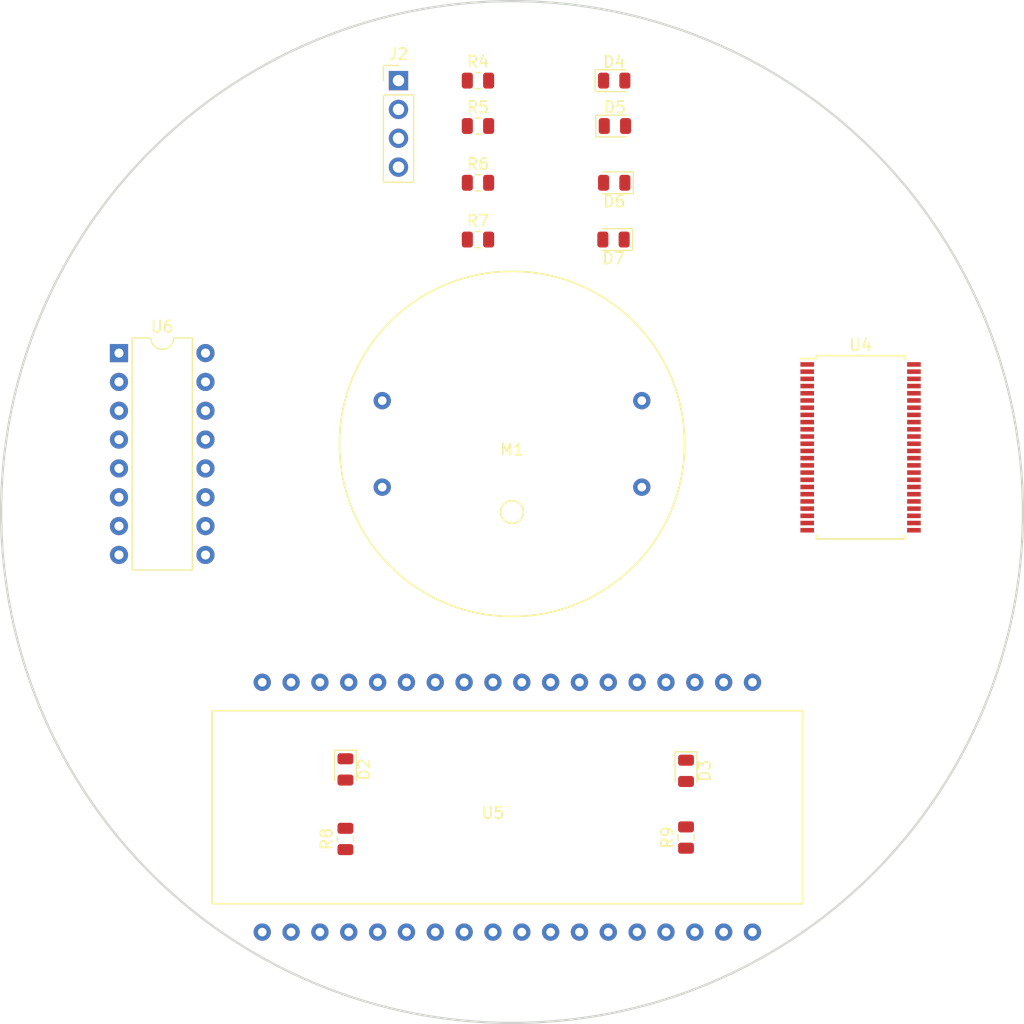
<source format=kicad_pcb>
(kicad_pcb (version 20171130) (host pcbnew "(5.0.1)-4")

  (general
    (thickness 1.6)
    (drawings 1)
    (tracks 0)
    (zones 0)
    (modules 17)
    (nets 51)
  )

  (page A4)
  (layers
    (0 F.Cu signal)
    (31 B.Cu signal)
    (32 B.Adhes user)
    (33 F.Adhes user)
    (34 B.Paste user)
    (35 F.Paste user)
    (36 B.SilkS user)
    (37 F.SilkS user)
    (38 B.Mask user)
    (39 F.Mask user)
    (40 Dwgs.User user)
    (41 Cmts.User user)
    (42 Eco1.User user)
    (43 Eco2.User user)
    (44 Edge.Cuts user)
    (45 Margin user)
    (46 B.CrtYd user)
    (47 F.CrtYd user)
    (48 B.Fab user)
    (49 F.Fab user)
  )

  (setup
    (last_trace_width 0.25)
    (trace_clearance 0.2)
    (zone_clearance 0.508)
    (zone_45_only no)
    (trace_min 0.2)
    (segment_width 0.2)
    (edge_width 0.2)
    (via_size 0.8)
    (via_drill 0.4)
    (via_min_size 0.4)
    (via_min_drill 0.3)
    (uvia_size 0.3)
    (uvia_drill 0.1)
    (uvias_allowed no)
    (uvia_min_size 0.2)
    (uvia_min_drill 0.1)
    (pcb_text_width 0.3)
    (pcb_text_size 1.5 1.5)
    (mod_edge_width 0.15)
    (mod_text_size 1 1)
    (mod_text_width 0.15)
    (pad_size 1.524 1.524)
    (pad_drill 0.762)
    (pad_to_mask_clearance 0.051)
    (solder_mask_min_width 0.25)
    (aux_axis_origin 0 0)
    (visible_elements 7FFFFFFF)
    (pcbplotparams
      (layerselection 0x010fc_ffffffff)
      (usegerberextensions false)
      (usegerberattributes false)
      (usegerberadvancedattributes false)
      (creategerberjobfile false)
      (excludeedgelayer true)
      (linewidth 0.100000)
      (plotframeref false)
      (viasonmask false)
      (mode 1)
      (useauxorigin false)
      (hpglpennumber 1)
      (hpglpenspeed 20)
      (hpglpendiameter 15.000000)
      (psnegative false)
      (psa4output false)
      (plotreference true)
      (plotvalue true)
      (plotinvisibletext false)
      (padsonsilk false)
      (subtractmaskfromsilk false)
      (outputformat 1)
      (mirror false)
      (drillshape 1)
      (scaleselection 1)
      (outputdirectory ""))
  )

  (net 0 "")
  (net 1 GND)
  (net 2 +5V)
  (net 3 "Net-(J2-Pad1)")
  (net 4 "Net-(J2-Pad2)")
  (net 5 "Net-(J2-Pad3)")
  (net 6 "Net-(J2-Pad4)")
  (net 7 "Net-(D2-Pad2)")
  (net 8 "Net-(D3-Pad2)")
  (net 9 "Net-(D4-Pad1)")
  (net 10 "Net-(D5-Pad1)")
  (net 11 "Net-(D6-Pad2)")
  (net 12 "Net-(D7-Pad2)")
  (net 13 /SEG7)
  (net 14 /SEG6)
  (net 15 /SEG5)
  (net 16 /SEG4)
  (net 17 /SEG3)
  (net 18 /SEG2)
  (net 19 /SEG1)
  (net 20 /SEG0)
  (net 21 /COM0)
  (net 22 /COM1)
  (net 23 /COM2)
  (net 24 /COM3)
  (net 25 /SEG29)
  (net 26 /SEG28)
  (net 27 /SEG27)
  (net 28 /SEG26)
  (net 29 /SEG25)
  (net 30 /SEG24)
  (net 31 /SEG23)
  (net 32 /SEG22)
  (net 33 /SEG21)
  (net 34 /SEG20)
  (net 35 /SEG19)
  (net 36 /SEG18)
  (net 37 /SEG17)
  (net 38 /SEG16)
  (net 39 /SEG15)
  (net 40 /SEG14)
  (net 41 /SEG13)
  (net 42 /SEG12)
  (net 43 /SEG11)
  (net 44 /SEG10)
  (net 45 /SEG9)
  (net 46 /SEG8)
  (net 47 "Net-(M1-Pad1)")
  (net 48 "Net-(M1-Pad2)")
  (net 49 "Net-(M1-Pad3)")
  (net 50 "Net-(M1-Pad4)")

  (net_class Default "This is the default net class."
    (clearance 0.2)
    (trace_width 0.25)
    (via_dia 0.8)
    (via_drill 0.4)
    (uvia_dia 0.3)
    (uvia_drill 0.1)
    (add_net +5V)
    (add_net /COM0)
    (add_net /COM1)
    (add_net /COM2)
    (add_net /COM3)
    (add_net /SEG0)
    (add_net /SEG1)
    (add_net /SEG10)
    (add_net /SEG11)
    (add_net /SEG12)
    (add_net /SEG13)
    (add_net /SEG14)
    (add_net /SEG15)
    (add_net /SEG16)
    (add_net /SEG17)
    (add_net /SEG18)
    (add_net /SEG19)
    (add_net /SEG2)
    (add_net /SEG20)
    (add_net /SEG21)
    (add_net /SEG22)
    (add_net /SEG23)
    (add_net /SEG24)
    (add_net /SEG25)
    (add_net /SEG26)
    (add_net /SEG27)
    (add_net /SEG28)
    (add_net /SEG29)
    (add_net /SEG3)
    (add_net /SEG4)
    (add_net /SEG5)
    (add_net /SEG6)
    (add_net /SEG7)
    (add_net /SEG8)
    (add_net /SEG9)
    (add_net GND)
    (add_net "Net-(D2-Pad2)")
    (add_net "Net-(D3-Pad2)")
    (add_net "Net-(D4-Pad1)")
    (add_net "Net-(D5-Pad1)")
    (add_net "Net-(D6-Pad2)")
    (add_net "Net-(D7-Pad2)")
    (add_net "Net-(J2-Pad1)")
    (add_net "Net-(J2-Pad2)")
    (add_net "Net-(J2-Pad3)")
    (add_net "Net-(J2-Pad4)")
    (add_net "Net-(M1-Pad1)")
    (add_net "Net-(M1-Pad2)")
    (add_net "Net-(M1-Pad3)")
    (add_net "Net-(M1-Pad4)")
  )

  (module LED_SMD:LED_0805_2012Metric (layer F.Cu) (tedit 5B36C52C) (tstamp 5CE3ED4F)
    (at 135.325675 122.672095 270)
    (descr "LED SMD 0805 (2012 Metric), square (rectangular) end terminal, IPC_7351 nominal, (Body size source: https://docs.google.com/spreadsheets/d/1BsfQQcO9C6DZCsRaXUlFlo91Tg2WpOkGARC1WS5S8t0/edit?usp=sharing), generated with kicad-footprint-generator")
    (tags diode)
    (path /5CD29393)
    (attr smd)
    (fp_text reference D2 (at 0 -1.65 270) (layer F.SilkS)
      (effects (font (size 1 1) (thickness 0.15)))
    )
    (fp_text value LED (at 0 1.65 270) (layer F.Fab)
      (effects (font (size 1 1) (thickness 0.15)))
    )
    (fp_text user %R (at 0 0 270) (layer F.Fab)
      (effects (font (size 0.5 0.5) (thickness 0.08)))
    )
    (fp_line (start 1.68 0.95) (end -1.68 0.95) (layer F.CrtYd) (width 0.05))
    (fp_line (start 1.68 -0.95) (end 1.68 0.95) (layer F.CrtYd) (width 0.05))
    (fp_line (start -1.68 -0.95) (end 1.68 -0.95) (layer F.CrtYd) (width 0.05))
    (fp_line (start -1.68 0.95) (end -1.68 -0.95) (layer F.CrtYd) (width 0.05))
    (fp_line (start -1.685 0.96) (end 1 0.96) (layer F.SilkS) (width 0.12))
    (fp_line (start -1.685 -0.96) (end -1.685 0.96) (layer F.SilkS) (width 0.12))
    (fp_line (start 1 -0.96) (end -1.685 -0.96) (layer F.SilkS) (width 0.12))
    (fp_line (start 1 0.6) (end 1 -0.6) (layer F.Fab) (width 0.1))
    (fp_line (start -1 0.6) (end 1 0.6) (layer F.Fab) (width 0.1))
    (fp_line (start -1 -0.3) (end -1 0.6) (layer F.Fab) (width 0.1))
    (fp_line (start -0.7 -0.6) (end -1 -0.3) (layer F.Fab) (width 0.1))
    (fp_line (start 1 -0.6) (end -0.7 -0.6) (layer F.Fab) (width 0.1))
    (pad 2 smd roundrect (at 0.9375 0 270) (size 0.975 1.4) (layers F.Cu F.Paste F.Mask) (roundrect_rratio 0.25)
      (net 7 "Net-(D2-Pad2)"))
    (pad 1 smd roundrect (at -0.9375 0 270) (size 0.975 1.4) (layers F.Cu F.Paste F.Mask) (roundrect_rratio 0.25)
      (net 1 GND))
    (model ${KISYS3DMOD}/LED_SMD.3dshapes/LED_0805_2012Metric.wrl
      (at (xyz 0 0 0))
      (scale (xyz 1 1 1))
      (rotate (xyz 0 0 0))
    )
  )

  (module LED_SMD:LED_0805_2012Metric (layer F.Cu) (tedit 5B36C52C) (tstamp 5CE3ED62)
    (at 165.325675 122.797095 270)
    (descr "LED SMD 0805 (2012 Metric), square (rectangular) end terminal, IPC_7351 nominal, (Body size source: https://docs.google.com/spreadsheets/d/1BsfQQcO9C6DZCsRaXUlFlo91Tg2WpOkGARC1WS5S8t0/edit?usp=sharing), generated with kicad-footprint-generator")
    (tags diode)
    (path /5CD2943C)
    (attr smd)
    (fp_text reference D3 (at 0 -1.65 270) (layer F.SilkS)
      (effects (font (size 1 1) (thickness 0.15)))
    )
    (fp_text value LED (at 0 1.65 270) (layer F.Fab)
      (effects (font (size 1 1) (thickness 0.15)))
    )
    (fp_line (start 1 -0.6) (end -0.7 -0.6) (layer F.Fab) (width 0.1))
    (fp_line (start -0.7 -0.6) (end -1 -0.3) (layer F.Fab) (width 0.1))
    (fp_line (start -1 -0.3) (end -1 0.6) (layer F.Fab) (width 0.1))
    (fp_line (start -1 0.6) (end 1 0.6) (layer F.Fab) (width 0.1))
    (fp_line (start 1 0.6) (end 1 -0.6) (layer F.Fab) (width 0.1))
    (fp_line (start 1 -0.96) (end -1.685 -0.96) (layer F.SilkS) (width 0.12))
    (fp_line (start -1.685 -0.96) (end -1.685 0.96) (layer F.SilkS) (width 0.12))
    (fp_line (start -1.685 0.96) (end 1 0.96) (layer F.SilkS) (width 0.12))
    (fp_line (start -1.68 0.95) (end -1.68 -0.95) (layer F.CrtYd) (width 0.05))
    (fp_line (start -1.68 -0.95) (end 1.68 -0.95) (layer F.CrtYd) (width 0.05))
    (fp_line (start 1.68 -0.95) (end 1.68 0.95) (layer F.CrtYd) (width 0.05))
    (fp_line (start 1.68 0.95) (end -1.68 0.95) (layer F.CrtYd) (width 0.05))
    (fp_text user %R (at 0 0 270) (layer F.Fab)
      (effects (font (size 0.5 0.5) (thickness 0.08)))
    )
    (pad 1 smd roundrect (at -0.9375 0 270) (size 0.975 1.4) (layers F.Cu F.Paste F.Mask) (roundrect_rratio 0.25)
      (net 1 GND))
    (pad 2 smd roundrect (at 0.9375 0 270) (size 0.975 1.4) (layers F.Cu F.Paste F.Mask) (roundrect_rratio 0.25)
      (net 8 "Net-(D3-Pad2)"))
    (model ${KISYS3DMOD}/LED_SMD.3dshapes/LED_0805_2012Metric.wrl
      (at (xyz 0 0 0))
      (scale (xyz 1 1 1))
      (rotate (xyz 0 0 0))
    )
  )

  (module LED_SMD:LED_0805_2012Metric (layer F.Cu) (tedit 5B36C52C) (tstamp 5CF03266)
    (at 159 62)
    (descr "LED SMD 0805 (2012 Metric), square (rectangular) end terminal, IPC_7351 nominal, (Body size source: https://docs.google.com/spreadsheets/d/1BsfQQcO9C6DZCsRaXUlFlo91Tg2WpOkGARC1WS5S8t0/edit?usp=sharing), generated with kicad-footprint-generator")
    (tags diode)
    (path /5CEA1E49)
    (attr smd)
    (fp_text reference D4 (at 0 -1.65) (layer F.SilkS)
      (effects (font (size 1 1) (thickness 0.15)))
    )
    (fp_text value LED (at 0 1.65) (layer F.Fab)
      (effects (font (size 1 1) (thickness 0.15)))
    )
    (fp_line (start 1 -0.6) (end -0.7 -0.6) (layer F.Fab) (width 0.1))
    (fp_line (start -0.7 -0.6) (end -1 -0.3) (layer F.Fab) (width 0.1))
    (fp_line (start -1 -0.3) (end -1 0.6) (layer F.Fab) (width 0.1))
    (fp_line (start -1 0.6) (end 1 0.6) (layer F.Fab) (width 0.1))
    (fp_line (start 1 0.6) (end 1 -0.6) (layer F.Fab) (width 0.1))
    (fp_line (start 1 -0.96) (end -1.685 -0.96) (layer F.SilkS) (width 0.12))
    (fp_line (start -1.685 -0.96) (end -1.685 0.96) (layer F.SilkS) (width 0.12))
    (fp_line (start -1.685 0.96) (end 1 0.96) (layer F.SilkS) (width 0.12))
    (fp_line (start -1.68 0.95) (end -1.68 -0.95) (layer F.CrtYd) (width 0.05))
    (fp_line (start -1.68 -0.95) (end 1.68 -0.95) (layer F.CrtYd) (width 0.05))
    (fp_line (start 1.68 -0.95) (end 1.68 0.95) (layer F.CrtYd) (width 0.05))
    (fp_line (start 1.68 0.95) (end -1.68 0.95) (layer F.CrtYd) (width 0.05))
    (fp_text user %R (at 0 0) (layer F.Fab)
      (effects (font (size 0.5 0.5) (thickness 0.08)))
    )
    (pad 1 smd roundrect (at -0.9375 0) (size 0.975 1.4) (layers F.Cu F.Paste F.Mask) (roundrect_rratio 0.25)
      (net 9 "Net-(D4-Pad1)"))
    (pad 2 smd roundrect (at 0.9375 0) (size 0.975 1.4) (layers F.Cu F.Paste F.Mask) (roundrect_rratio 0.25)
      (net 2 +5V))
    (model ${KISYS3DMOD}/LED_SMD.3dshapes/LED_0805_2012Metric.wrl
      (at (xyz 0 0 0))
      (scale (xyz 1 1 1))
      (rotate (xyz 0 0 0))
    )
  )

  (module LED_SMD:LED_0805_2012Metric (layer F.Cu) (tedit 5B36C52C) (tstamp 5CF03077)
    (at 159.0625 66)
    (descr "LED SMD 0805 (2012 Metric), square (rectangular) end terminal, IPC_7351 nominal, (Body size source: https://docs.google.com/spreadsheets/d/1BsfQQcO9C6DZCsRaXUlFlo91Tg2WpOkGARC1WS5S8t0/edit?usp=sharing), generated with kicad-footprint-generator")
    (tags diode)
    (path /5CEA1ED9)
    (attr smd)
    (fp_text reference D5 (at 0 -1.65) (layer F.SilkS)
      (effects (font (size 1 1) (thickness 0.15)))
    )
    (fp_text value LED (at 0 1.65) (layer F.Fab)
      (effects (font (size 1 1) (thickness 0.15)))
    )
    (fp_text user %R (at 0 0) (layer F.Fab)
      (effects (font (size 0.5 0.5) (thickness 0.08)))
    )
    (fp_line (start 1.68 0.95) (end -1.68 0.95) (layer F.CrtYd) (width 0.05))
    (fp_line (start 1.68 -0.95) (end 1.68 0.95) (layer F.CrtYd) (width 0.05))
    (fp_line (start -1.68 -0.95) (end 1.68 -0.95) (layer F.CrtYd) (width 0.05))
    (fp_line (start -1.68 0.95) (end -1.68 -0.95) (layer F.CrtYd) (width 0.05))
    (fp_line (start -1.685 0.96) (end 1 0.96) (layer F.SilkS) (width 0.12))
    (fp_line (start -1.685 -0.96) (end -1.685 0.96) (layer F.SilkS) (width 0.12))
    (fp_line (start 1 -0.96) (end -1.685 -0.96) (layer F.SilkS) (width 0.12))
    (fp_line (start 1 0.6) (end 1 -0.6) (layer F.Fab) (width 0.1))
    (fp_line (start -1 0.6) (end 1 0.6) (layer F.Fab) (width 0.1))
    (fp_line (start -1 -0.3) (end -1 0.6) (layer F.Fab) (width 0.1))
    (fp_line (start -0.7 -0.6) (end -1 -0.3) (layer F.Fab) (width 0.1))
    (fp_line (start 1 -0.6) (end -0.7 -0.6) (layer F.Fab) (width 0.1))
    (pad 2 smd roundrect (at 0.9375 0) (size 0.975 1.4) (layers F.Cu F.Paste F.Mask) (roundrect_rratio 0.25)
      (net 2 +5V))
    (pad 1 smd roundrect (at -0.9375 0) (size 0.975 1.4) (layers F.Cu F.Paste F.Mask) (roundrect_rratio 0.25)
      (net 10 "Net-(D5-Pad1)"))
    (model ${KISYS3DMOD}/LED_SMD.3dshapes/LED_0805_2012Metric.wrl
      (at (xyz 0 0 0))
      (scale (xyz 1 1 1))
      (rotate (xyz 0 0 0))
    )
  )

  (module LED_SMD:LED_0805_2012Metric (layer F.Cu) (tedit 5B36C52C) (tstamp 5CF03230)
    (at 159 71 180)
    (descr "LED SMD 0805 (2012 Metric), square (rectangular) end terminal, IPC_7351 nominal, (Body size source: https://docs.google.com/spreadsheets/d/1BsfQQcO9C6DZCsRaXUlFlo91Tg2WpOkGARC1WS5S8t0/edit?usp=sharing), generated with kicad-footprint-generator")
    (tags diode)
    (path /5CEA1F33)
    (attr smd)
    (fp_text reference D6 (at 0 -1.65 180) (layer F.SilkS)
      (effects (font (size 1 1) (thickness 0.15)))
    )
    (fp_text value LED (at 0 1.65 180) (layer F.Fab)
      (effects (font (size 1 1) (thickness 0.15)))
    )
    (fp_line (start 1 -0.6) (end -0.7 -0.6) (layer F.Fab) (width 0.1))
    (fp_line (start -0.7 -0.6) (end -1 -0.3) (layer F.Fab) (width 0.1))
    (fp_line (start -1 -0.3) (end -1 0.6) (layer F.Fab) (width 0.1))
    (fp_line (start -1 0.6) (end 1 0.6) (layer F.Fab) (width 0.1))
    (fp_line (start 1 0.6) (end 1 -0.6) (layer F.Fab) (width 0.1))
    (fp_line (start 1 -0.96) (end -1.685 -0.96) (layer F.SilkS) (width 0.12))
    (fp_line (start -1.685 -0.96) (end -1.685 0.96) (layer F.SilkS) (width 0.12))
    (fp_line (start -1.685 0.96) (end 1 0.96) (layer F.SilkS) (width 0.12))
    (fp_line (start -1.68 0.95) (end -1.68 -0.95) (layer F.CrtYd) (width 0.05))
    (fp_line (start -1.68 -0.95) (end 1.68 -0.95) (layer F.CrtYd) (width 0.05))
    (fp_line (start 1.68 -0.95) (end 1.68 0.95) (layer F.CrtYd) (width 0.05))
    (fp_line (start 1.68 0.95) (end -1.68 0.95) (layer F.CrtYd) (width 0.05))
    (fp_text user %R (at 0 0 180) (layer F.Fab)
      (effects (font (size 0.5 0.5) (thickness 0.08)))
    )
    (pad 1 smd roundrect (at -0.9375 0 180) (size 0.975 1.4) (layers F.Cu F.Paste F.Mask) (roundrect_rratio 0.25)
      (net 1 GND))
    (pad 2 smd roundrect (at 0.9375 0 180) (size 0.975 1.4) (layers F.Cu F.Paste F.Mask) (roundrect_rratio 0.25)
      (net 11 "Net-(D6-Pad2)"))
    (model ${KISYS3DMOD}/LED_SMD.3dshapes/LED_0805_2012Metric.wrl
      (at (xyz 0 0 0))
      (scale (xyz 1 1 1))
      (rotate (xyz 0 0 0))
    )
  )

  (module LED_SMD:LED_0805_2012Metric (layer F.Cu) (tedit 5B36C52C) (tstamp 5CF031FA)
    (at 158.9375 76 180)
    (descr "LED SMD 0805 (2012 Metric), square (rectangular) end terminal, IPC_7351 nominal, (Body size source: https://docs.google.com/spreadsheets/d/1BsfQQcO9C6DZCsRaXUlFlo91Tg2WpOkGARC1WS5S8t0/edit?usp=sharing), generated with kicad-footprint-generator")
    (tags diode)
    (path /5CEA1FE7)
    (attr smd)
    (fp_text reference D7 (at 0 -1.65 180) (layer F.SilkS)
      (effects (font (size 1 1) (thickness 0.15)))
    )
    (fp_text value LED (at 0 1.65 180) (layer F.Fab)
      (effects (font (size 1 1) (thickness 0.15)))
    )
    (fp_text user %R (at 0 0 180) (layer F.Fab)
      (effects (font (size 0.5 0.5) (thickness 0.08)))
    )
    (fp_line (start 1.68 0.95) (end -1.68 0.95) (layer F.CrtYd) (width 0.05))
    (fp_line (start 1.68 -0.95) (end 1.68 0.95) (layer F.CrtYd) (width 0.05))
    (fp_line (start -1.68 -0.95) (end 1.68 -0.95) (layer F.CrtYd) (width 0.05))
    (fp_line (start -1.68 0.95) (end -1.68 -0.95) (layer F.CrtYd) (width 0.05))
    (fp_line (start -1.685 0.96) (end 1 0.96) (layer F.SilkS) (width 0.12))
    (fp_line (start -1.685 -0.96) (end -1.685 0.96) (layer F.SilkS) (width 0.12))
    (fp_line (start 1 -0.96) (end -1.685 -0.96) (layer F.SilkS) (width 0.12))
    (fp_line (start 1 0.6) (end 1 -0.6) (layer F.Fab) (width 0.1))
    (fp_line (start -1 0.6) (end 1 0.6) (layer F.Fab) (width 0.1))
    (fp_line (start -1 -0.3) (end -1 0.6) (layer F.Fab) (width 0.1))
    (fp_line (start -0.7 -0.6) (end -1 -0.3) (layer F.Fab) (width 0.1))
    (fp_line (start 1 -0.6) (end -0.7 -0.6) (layer F.Fab) (width 0.1))
    (pad 2 smd roundrect (at 0.9375 0 180) (size 0.975 1.4) (layers F.Cu F.Paste F.Mask) (roundrect_rratio 0.25)
      (net 12 "Net-(D7-Pad2)"))
    (pad 1 smd roundrect (at -0.9375 0 180) (size 0.975 1.4) (layers F.Cu F.Paste F.Mask) (roundrect_rratio 0.25)
      (net 1 GND))
    (model ${KISYS3DMOD}/LED_SMD.3dshapes/LED_0805_2012Metric.wrl
      (at (xyz 0 0 0))
      (scale (xyz 1 1 1))
      (rotate (xyz 0 0 0))
    )
  )

  (module Connector_PinHeader_2.54mm:PinHeader_1x04_P2.54mm_Vertical (layer F.Cu) (tedit 59FED5CC) (tstamp 5CF030F4)
    (at 140 62)
    (descr "Through hole straight pin header, 1x04, 2.54mm pitch, single row")
    (tags "Through hole pin header THT 1x04 2.54mm single row")
    (path /5CC9D306)
    (fp_text reference J2 (at 0 -2.33) (layer F.SilkS)
      (effects (font (size 1 1) (thickness 0.15)))
    )
    (fp_text value LEDS (at 0 9.95) (layer F.Fab)
      (effects (font (size 1 1) (thickness 0.15)))
    )
    (fp_line (start -0.635 -1.27) (end 1.27 -1.27) (layer F.Fab) (width 0.1))
    (fp_line (start 1.27 -1.27) (end 1.27 8.89) (layer F.Fab) (width 0.1))
    (fp_line (start 1.27 8.89) (end -1.27 8.89) (layer F.Fab) (width 0.1))
    (fp_line (start -1.27 8.89) (end -1.27 -0.635) (layer F.Fab) (width 0.1))
    (fp_line (start -1.27 -0.635) (end -0.635 -1.27) (layer F.Fab) (width 0.1))
    (fp_line (start -1.33 8.95) (end 1.33 8.95) (layer F.SilkS) (width 0.12))
    (fp_line (start -1.33 1.27) (end -1.33 8.95) (layer F.SilkS) (width 0.12))
    (fp_line (start 1.33 1.27) (end 1.33 8.95) (layer F.SilkS) (width 0.12))
    (fp_line (start -1.33 1.27) (end 1.33 1.27) (layer F.SilkS) (width 0.12))
    (fp_line (start -1.33 0) (end -1.33 -1.33) (layer F.SilkS) (width 0.12))
    (fp_line (start -1.33 -1.33) (end 0 -1.33) (layer F.SilkS) (width 0.12))
    (fp_line (start -1.8 -1.8) (end -1.8 9.4) (layer F.CrtYd) (width 0.05))
    (fp_line (start -1.8 9.4) (end 1.8 9.4) (layer F.CrtYd) (width 0.05))
    (fp_line (start 1.8 9.4) (end 1.8 -1.8) (layer F.CrtYd) (width 0.05))
    (fp_line (start 1.8 -1.8) (end -1.8 -1.8) (layer F.CrtYd) (width 0.05))
    (fp_text user %R (at 0 3.81 90) (layer F.Fab)
      (effects (font (size 1 1) (thickness 0.15)))
    )
    (pad 1 thru_hole rect (at 0 0) (size 1.7 1.7) (drill 1) (layers *.Cu *.Mask)
      (net 3 "Net-(J2-Pad1)"))
    (pad 2 thru_hole oval (at 0 2.54) (size 1.7 1.7) (drill 1) (layers *.Cu *.Mask)
      (net 4 "Net-(J2-Pad2)"))
    (pad 3 thru_hole oval (at 0 5.08) (size 1.7 1.7) (drill 1) (layers *.Cu *.Mask)
      (net 5 "Net-(J2-Pad3)"))
    (pad 4 thru_hole oval (at 0 7.62) (size 1.7 1.7) (drill 1) (layers *.Cu *.Mask)
      (net 6 "Net-(J2-Pad4)"))
    (model ${KISYS3DMOD}/Connector_PinHeader_2.54mm.3dshapes/PinHeader_1x04_P2.54mm_Vertical.wrl
      (at (xyz 0 0 0))
      (scale (xyz 1 1 1))
      (rotate (xyz 0 0 0))
    )
  )

  (module Resistor_SMD:R_0805_2012Metric (layer F.Cu) (tedit 5B36C52B) (tstamp 5CE3F3CE)
    (at 135.325675 128.797095 90)
    (descr "Resistor SMD 0805 (2012 Metric), square (rectangular) end terminal, IPC_7351 nominal, (Body size source: https://docs.google.com/spreadsheets/d/1BsfQQcO9C6DZCsRaXUlFlo91Tg2WpOkGARC1WS5S8t0/edit?usp=sharing), generated with kicad-footprint-generator")
    (tags resistor)
    (path /5CDCAC82)
    (attr smd)
    (fp_text reference R8 (at 0 -1.65 90) (layer F.SilkS)
      (effects (font (size 1 1) (thickness 0.15)))
    )
    (fp_text value R (at 0 1.65 90) (layer F.Fab)
      (effects (font (size 1 1) (thickness 0.15)))
    )
    (fp_text user %R (at 0 0 90) (layer F.Fab)
      (effects (font (size 0.5 0.5) (thickness 0.08)))
    )
    (fp_line (start 1.68 0.95) (end -1.68 0.95) (layer F.CrtYd) (width 0.05))
    (fp_line (start 1.68 -0.95) (end 1.68 0.95) (layer F.CrtYd) (width 0.05))
    (fp_line (start -1.68 -0.95) (end 1.68 -0.95) (layer F.CrtYd) (width 0.05))
    (fp_line (start -1.68 0.95) (end -1.68 -0.95) (layer F.CrtYd) (width 0.05))
    (fp_line (start -0.258578 0.71) (end 0.258578 0.71) (layer F.SilkS) (width 0.12))
    (fp_line (start -0.258578 -0.71) (end 0.258578 -0.71) (layer F.SilkS) (width 0.12))
    (fp_line (start 1 0.6) (end -1 0.6) (layer F.Fab) (width 0.1))
    (fp_line (start 1 -0.6) (end 1 0.6) (layer F.Fab) (width 0.1))
    (fp_line (start -1 -0.6) (end 1 -0.6) (layer F.Fab) (width 0.1))
    (fp_line (start -1 0.6) (end -1 -0.6) (layer F.Fab) (width 0.1))
    (pad 2 smd roundrect (at 0.9375 0 90) (size 0.975 1.4) (layers F.Cu F.Paste F.Mask) (roundrect_rratio 0.25)
      (net 7 "Net-(D2-Pad2)"))
    (pad 1 smd roundrect (at -0.9375 0 90) (size 0.975 1.4) (layers F.Cu F.Paste F.Mask) (roundrect_rratio 0.25)
      (net 2 +5V))
    (model ${KISYS3DMOD}/Resistor_SMD.3dshapes/R_0805_2012Metric.wrl
      (at (xyz 0 0 0))
      (scale (xyz 1 1 1))
      (rotate (xyz 0 0 0))
    )
  )

  (module Resistor_SMD:R_0805_2012Metric (layer F.Cu) (tedit 5B36C52B) (tstamp 5CE3EE44)
    (at 165.325675 128.672095 90)
    (descr "Resistor SMD 0805 (2012 Metric), square (rectangular) end terminal, IPC_7351 nominal, (Body size source: https://docs.google.com/spreadsheets/d/1BsfQQcO9C6DZCsRaXUlFlo91Tg2WpOkGARC1WS5S8t0/edit?usp=sharing), generated with kicad-footprint-generator")
    (tags resistor)
    (path /5CDCAD44)
    (attr smd)
    (fp_text reference R9 (at 0 -1.65 90) (layer F.SilkS)
      (effects (font (size 1 1) (thickness 0.15)))
    )
    (fp_text value R (at 0 1.65 90) (layer F.Fab)
      (effects (font (size 1 1) (thickness 0.15)))
    )
    (fp_line (start -1 0.6) (end -1 -0.6) (layer F.Fab) (width 0.1))
    (fp_line (start -1 -0.6) (end 1 -0.6) (layer F.Fab) (width 0.1))
    (fp_line (start 1 -0.6) (end 1 0.6) (layer F.Fab) (width 0.1))
    (fp_line (start 1 0.6) (end -1 0.6) (layer F.Fab) (width 0.1))
    (fp_line (start -0.258578 -0.71) (end 0.258578 -0.71) (layer F.SilkS) (width 0.12))
    (fp_line (start -0.258578 0.71) (end 0.258578 0.71) (layer F.SilkS) (width 0.12))
    (fp_line (start -1.68 0.95) (end -1.68 -0.95) (layer F.CrtYd) (width 0.05))
    (fp_line (start -1.68 -0.95) (end 1.68 -0.95) (layer F.CrtYd) (width 0.05))
    (fp_line (start 1.68 -0.95) (end 1.68 0.95) (layer F.CrtYd) (width 0.05))
    (fp_line (start 1.68 0.95) (end -1.68 0.95) (layer F.CrtYd) (width 0.05))
    (fp_text user %R (at 0 0 90) (layer F.Fab)
      (effects (font (size 0.5 0.5) (thickness 0.08)))
    )
    (pad 1 smd roundrect (at -0.9375 0 90) (size 0.975 1.4) (layers F.Cu F.Paste F.Mask) (roundrect_rratio 0.25)
      (net 2 +5V))
    (pad 2 smd roundrect (at 0.9375 0 90) (size 0.975 1.4) (layers F.Cu F.Paste F.Mask) (roundrect_rratio 0.25)
      (net 8 "Net-(D3-Pad2)"))
    (model ${KISYS3DMOD}/Resistor_SMD.3dshapes/R_0805_2012Metric.wrl
      (at (xyz 0 0 0))
      (scale (xyz 1 1 1))
      (rotate (xyz 0 0 0))
    )
  )

  (module Package_SO:SSOP-48_7.5x15.9mm_P0.635mm (layer F.Cu) (tedit 5A02F25C) (tstamp 5CE3EE89)
    (at 180.7 94.3025)
    (descr "SSOP48: plastic shrink small outline package; 48 leads; body width 7.5 mm; (see NXP SSOP-TSSOP-VSO-REFLOW.pdf and sot370-1_po.pdf)")
    (tags "SSOP 0.635")
    (path /5CD2B292)
    (attr smd)
    (fp_text reference U4 (at 0 -9) (layer F.SilkS)
      (effects (font (size 1 1) (thickness 0.15)))
    )
    (fp_text value HT1621B (at 0 9) (layer F.Fab)
      (effects (font (size 1 1) (thickness 0.15)))
    )
    (fp_line (start -2.75 -7.95) (end 3.75 -7.95) (layer F.Fab) (width 0.15))
    (fp_line (start 3.75 -7.95) (end 3.75 7.95) (layer F.Fab) (width 0.15))
    (fp_line (start 3.75 7.95) (end -3.75 7.95) (layer F.Fab) (width 0.15))
    (fp_line (start -3.75 7.95) (end -3.75 -6.95) (layer F.Fab) (width 0.15))
    (fp_line (start -3.75 -6.95) (end -2.75 -7.95) (layer F.Fab) (width 0.15))
    (fp_line (start -5.55 -8.25) (end -5.55 8.25) (layer F.CrtYd) (width 0.05))
    (fp_line (start 5.55 -8.25) (end 5.55 8.25) (layer F.CrtYd) (width 0.05))
    (fp_line (start -5.55 -8.25) (end 5.55 -8.25) (layer F.CrtYd) (width 0.05))
    (fp_line (start -5.55 8.25) (end 5.55 8.25) (layer F.CrtYd) (width 0.05))
    (fp_line (start -3.875 -8.075) (end -3.875 -7.825) (layer F.SilkS) (width 0.15))
    (fp_line (start 3.875 -8.075) (end 3.875 -7.7275) (layer F.SilkS) (width 0.15))
    (fp_line (start 3.875 8.075) (end 3.875 7.7275) (layer F.SilkS) (width 0.15))
    (fp_line (start -3.875 8.075) (end -3.875 7.7275) (layer F.SilkS) (width 0.15))
    (fp_line (start -3.875 -8.075) (end 3.875 -8.075) (layer F.SilkS) (width 0.15))
    (fp_line (start -3.875 8.075) (end 3.875 8.075) (layer F.SilkS) (width 0.15))
    (fp_line (start -3.875 -7.825) (end -5.3 -7.825) (layer F.SilkS) (width 0.15))
    (fp_text user %R (at 0 0) (layer F.Fab)
      (effects (font (size 0.8 0.8) (thickness 0.15)))
    )
    (pad 1 smd rect (at -4.7 -7.3025) (size 1.2 0.4) (layers F.Cu F.Paste F.Mask)
      (net 13 /SEG7))
    (pad 2 smd rect (at -4.7 -6.6675) (size 1.2 0.4) (layers F.Cu F.Paste F.Mask)
      (net 14 /SEG6))
    (pad 3 smd rect (at -4.7 -6.0325) (size 1.2 0.4) (layers F.Cu F.Paste F.Mask)
      (net 15 /SEG5))
    (pad 4 smd rect (at -4.7 -5.3975) (size 1.2 0.4) (layers F.Cu F.Paste F.Mask)
      (net 16 /SEG4))
    (pad 5 smd rect (at -4.7 -4.7625) (size 1.2 0.4) (layers F.Cu F.Paste F.Mask)
      (net 17 /SEG3))
    (pad 6 smd rect (at -4.7 -4.1275) (size 1.2 0.4) (layers F.Cu F.Paste F.Mask)
      (net 18 /SEG2))
    (pad 7 smd rect (at -4.7 -3.4925) (size 1.2 0.4) (layers F.Cu F.Paste F.Mask)
      (net 19 /SEG1))
    (pad 8 smd rect (at -4.7 -2.8575) (size 1.2 0.4) (layers F.Cu F.Paste F.Mask)
      (net 20 /SEG0))
    (pad 9 smd rect (at -4.7 -2.2225) (size 1.2 0.4) (layers F.Cu F.Paste F.Mask))
    (pad 10 smd rect (at -4.7 -1.5875) (size 1.2 0.4) (layers F.Cu F.Paste F.Mask))
    (pad 11 smd rect (at -4.7 -0.9525) (size 1.2 0.4) (layers F.Cu F.Paste F.Mask))
    (pad 12 smd rect (at -4.7 -0.3175) (size 1.2 0.4) (layers F.Cu F.Paste F.Mask))
    (pad 13 smd rect (at -4.7 0.3175) (size 1.2 0.4) (layers F.Cu F.Paste F.Mask)
      (net 1 GND))
    (pad 14 smd rect (at -4.7 0.9525) (size 1.2 0.4) (layers F.Cu F.Paste F.Mask))
    (pad 15 smd rect (at -4.7 1.5875) (size 1.2 0.4) (layers F.Cu F.Paste F.Mask))
    (pad 16 smd rect (at -4.7 2.2225) (size 1.2 0.4) (layers F.Cu F.Paste F.Mask))
    (pad 17 smd rect (at -4.7 2.8575) (size 1.2 0.4) (layers F.Cu F.Paste F.Mask)
      (net 2 +5V))
    (pad 18 smd rect (at -4.7 3.4925) (size 1.2 0.4) (layers F.Cu F.Paste F.Mask))
    (pad 19 smd rect (at -4.7 4.1275) (size 1.2 0.4) (layers F.Cu F.Paste F.Mask))
    (pad 20 smd rect (at -4.7 4.7625) (size 1.2 0.4) (layers F.Cu F.Paste F.Mask))
    (pad 21 smd rect (at -4.7 5.3975) (size 1.2 0.4) (layers F.Cu F.Paste F.Mask)
      (net 21 /COM0))
    (pad 22 smd rect (at -4.7 6.0325) (size 1.2 0.4) (layers F.Cu F.Paste F.Mask)
      (net 22 /COM1))
    (pad 23 smd rect (at -4.7 6.6675) (size 1.2 0.4) (layers F.Cu F.Paste F.Mask)
      (net 23 /COM2))
    (pad 24 smd rect (at -4.7 7.3025) (size 1.2 0.4) (layers F.Cu F.Paste F.Mask)
      (net 24 /COM3))
    (pad 25 smd rect (at 4.7 7.3025) (size 1.2 0.4) (layers F.Cu F.Paste F.Mask))
    (pad 26 smd rect (at 4.7 6.6675) (size 1.2 0.4) (layers F.Cu F.Paste F.Mask))
    (pad 27 smd rect (at 4.7 6.0325) (size 1.2 0.4) (layers F.Cu F.Paste F.Mask)
      (net 25 /SEG29))
    (pad 28 smd rect (at 4.7 5.3975) (size 1.2 0.4) (layers F.Cu F.Paste F.Mask)
      (net 26 /SEG28))
    (pad 29 smd rect (at 4.7 4.7625) (size 1.2 0.4) (layers F.Cu F.Paste F.Mask)
      (net 27 /SEG27))
    (pad 30 smd rect (at 4.7 4.1275) (size 1.2 0.4) (layers F.Cu F.Paste F.Mask)
      (net 28 /SEG26))
    (pad 31 smd rect (at 4.7 3.4925) (size 1.2 0.4) (layers F.Cu F.Paste F.Mask)
      (net 29 /SEG25))
    (pad 32 smd rect (at 4.7 2.8575) (size 1.2 0.4) (layers F.Cu F.Paste F.Mask)
      (net 30 /SEG24))
    (pad 33 smd rect (at 4.7 2.2225) (size 1.2 0.4) (layers F.Cu F.Paste F.Mask)
      (net 31 /SEG23))
    (pad 34 smd rect (at 4.7 1.5875) (size 1.2 0.4) (layers F.Cu F.Paste F.Mask)
      (net 32 /SEG22))
    (pad 35 smd rect (at 4.7 0.9525) (size 1.2 0.4) (layers F.Cu F.Paste F.Mask)
      (net 33 /SEG21))
    (pad 36 smd rect (at 4.7 0.3175) (size 1.2 0.4) (layers F.Cu F.Paste F.Mask)
      (net 34 /SEG20))
    (pad 37 smd rect (at 4.7 -0.3175) (size 1.2 0.4) (layers F.Cu F.Paste F.Mask)
      (net 35 /SEG19))
    (pad 38 smd rect (at 4.7 -0.9525) (size 1.2 0.4) (layers F.Cu F.Paste F.Mask)
      (net 36 /SEG18))
    (pad 39 smd rect (at 4.7 -1.5875) (size 1.2 0.4) (layers F.Cu F.Paste F.Mask)
      (net 37 /SEG17))
    (pad 40 smd rect (at 4.7 -2.2225) (size 1.2 0.4) (layers F.Cu F.Paste F.Mask)
      (net 38 /SEG16))
    (pad 41 smd rect (at 4.7 -2.8575) (size 1.2 0.4) (layers F.Cu F.Paste F.Mask)
      (net 39 /SEG15))
    (pad 42 smd rect (at 4.7 -3.4925) (size 1.2 0.4) (layers F.Cu F.Paste F.Mask)
      (net 40 /SEG14))
    (pad 43 smd rect (at 4.7 -4.1275) (size 1.2 0.4) (layers F.Cu F.Paste F.Mask)
      (net 41 /SEG13))
    (pad 44 smd rect (at 4.7 -4.7625) (size 1.2 0.4) (layers F.Cu F.Paste F.Mask)
      (net 42 /SEG12))
    (pad 45 smd rect (at 4.7 -5.3975) (size 1.2 0.4) (layers F.Cu F.Paste F.Mask)
      (net 43 /SEG11))
    (pad 46 smd rect (at 4.7 -6.0325) (size 1.2 0.4) (layers F.Cu F.Paste F.Mask)
      (net 44 /SEG10))
    (pad 47 smd rect (at 4.7 -6.6675) (size 1.2 0.4) (layers F.Cu F.Paste F.Mask)
      (net 45 /SEG9))
    (pad 48 smd rect (at 4.7 -7.3025) (size 1.2 0.4) (layers F.Cu F.Paste F.Mask)
      (net 46 /SEG8))
    (model ${KISYS3DMOD}/Package_SO.3dshapes/SSOP-48_7.5x15.9mm_P0.635mm.wrl
      (at (xyz 0 0 0))
      (scale (xyz 1 1 1))
      (rotate (xyz 0 0 0))
    )
  )

  (module footprints:VIM-878-DP (layer F.Cu) (tedit 5CD75B7B) (tstamp 5CE3EEB5)
    (at 128 126)
    (path /5CD28FB4)
    (fp_text reference U5 (at 20.32 0.5) (layer F.SilkS)
      (effects (font (size 1 1) (thickness 0.15)))
    )
    (fp_text value VIM-878 (at 20.32 -0.5) (layer F.Fab)
      (effects (font (size 1 1) (thickness 0.15)))
    )
    (fp_line (start -4.41 -8.5) (end 47.59 -8.5) (layer F.SilkS) (width 0.15))
    (fp_line (start 47.59 -8.5) (end 47.59 8.5) (layer F.SilkS) (width 0.15))
    (fp_line (start 47.59 8.5) (end -4.41 8.5) (layer F.SilkS) (width 0.15))
    (fp_line (start -4.41 8.5) (end -4.41 -8.5) (layer F.SilkS) (width 0.15))
    (pad 1 thru_hole circle (at 0 11) (size 1.524 1.524) (drill 0.762) (layers *.Cu *.Mask)
      (net 20 /SEG0))
    (pad 2 thru_hole circle (at 2.54 11) (size 1.524 1.524) (drill 0.762) (layers *.Cu *.Mask)
      (net 19 /SEG1))
    (pad 3 thru_hole circle (at 5.08 11) (size 1.524 1.524) (drill 0.762) (layers *.Cu *.Mask)
      (net 18 /SEG2))
    (pad 4 thru_hole circle (at 7.62 11) (size 1.524 1.524) (drill 0.762) (layers *.Cu *.Mask)
      (net 17 /SEG3))
    (pad 5 thru_hole circle (at 10.16 11) (size 1.524 1.524) (drill 0.762) (layers *.Cu *.Mask)
      (net 16 /SEG4))
    (pad 6 thru_hole circle (at 12.7 11) (size 1.524 1.524) (drill 0.762) (layers *.Cu *.Mask)
      (net 15 /SEG5))
    (pad 7 thru_hole circle (at 15.24 11) (size 1.524 1.524) (drill 0.762) (layers *.Cu *.Mask)
      (net 14 /SEG6))
    (pad 8 thru_hole circle (at 17.78 11) (size 1.524 1.524) (drill 0.762) (layers *.Cu *.Mask)
      (net 13 /SEG7))
    (pad 9 thru_hole circle (at 20.32 11) (size 1.524 1.524) (drill 0.762) (layers *.Cu *.Mask)
      (net 46 /SEG8))
    (pad 10 thru_hole circle (at 22.86 11) (size 1.524 1.524) (drill 0.762) (layers *.Cu *.Mask)
      (net 45 /SEG9))
    (pad 11 thru_hole circle (at 25.4 11) (size 1.524 1.524) (drill 0.762) (layers *.Cu *.Mask)
      (net 44 /SEG10))
    (pad 12 thru_hole circle (at 27.94 11) (size 1.524 1.524) (drill 0.762) (layers *.Cu *.Mask)
      (net 43 /SEG11))
    (pad 13 thru_hole circle (at 30.48 11) (size 1.524 1.524) (drill 0.762) (layers *.Cu *.Mask)
      (net 42 /SEG12))
    (pad 14 thru_hole circle (at 33.02 11) (size 1.524 1.524) (drill 0.762) (layers *.Cu *.Mask)
      (net 41 /SEG13))
    (pad 15 thru_hole circle (at 35.56 11) (size 1.524 1.524) (drill 0.762) (layers *.Cu *.Mask)
      (net 40 /SEG14))
    (pad 16 thru_hole circle (at 38.1 11) (size 1.524 1.524) (drill 0.762) (layers *.Cu *.Mask)
      (net 39 /SEG15))
    (pad 17 thru_hole circle (at 40.64 11) (size 1.524 1.524) (drill 0.762) (layers *.Cu *.Mask)
      (net 21 /COM0))
    (pad 18 thru_hole circle (at 43.18 11) (size 1.524 1.524) (drill 0.762) (layers *.Cu *.Mask)
      (net 22 /COM1))
    (pad 19 thru_hole circle (at 43.18 -11) (size 1.524 1.524) (drill 0.762) (layers *.Cu *.Mask)
      (net 23 /COM2))
    (pad 20 thru_hole circle (at 40.64 -11) (size 1.524 1.524) (drill 0.762) (layers *.Cu *.Mask)
      (net 24 /COM3))
    (pad 21 thru_hole circle (at 38.1 -11) (size 1.524 1.524) (drill 0.762) (layers *.Cu *.Mask)
      (net 25 /SEG29))
    (pad 22 thru_hole circle (at 35.56 -11) (size 1.524 1.524) (drill 0.762) (layers *.Cu *.Mask)
      (net 26 /SEG28))
    (pad 23 thru_hole circle (at 33.02 -11) (size 1.524 1.524) (drill 0.762) (layers *.Cu *.Mask)
      (net 27 /SEG27))
    (pad 24 thru_hole circle (at 30.48 -11) (size 1.524 1.524) (drill 0.762) (layers *.Cu *.Mask)
      (net 28 /SEG26))
    (pad 25 thru_hole circle (at 27.94 -11) (size 1.524 1.524) (drill 0.762) (layers *.Cu *.Mask)
      (net 29 /SEG25))
    (pad 26 thru_hole circle (at 25.4 -11) (size 1.524 1.524) (drill 0.762) (layers *.Cu *.Mask)
      (net 30 /SEG24))
    (pad 27 thru_hole circle (at 22.86 -11) (size 1.524 1.524) (drill 0.762) (layers *.Cu *.Mask)
      (net 31 /SEG23))
    (pad 28 thru_hole circle (at 20.32 -11) (size 1.524 1.524) (drill 0.762) (layers *.Cu *.Mask)
      (net 32 /SEG22))
    (pad 29 thru_hole circle (at 17.78 -11) (size 1.524 1.524) (drill 0.762) (layers *.Cu *.Mask)
      (net 33 /SEG21))
    (pad 30 thru_hole circle (at 15.24 -11) (size 1.524 1.524) (drill 0.762) (layers *.Cu *.Mask)
      (net 34 /SEG20))
    (pad 31 thru_hole circle (at 12.7 -11) (size 1.524 1.524) (drill 0.762) (layers *.Cu *.Mask)
      (net 35 /SEG19))
    (pad 32 thru_hole circle (at 10.16 -11) (size 1.524 1.524) (drill 0.762) (layers *.Cu *.Mask)
      (net 36 /SEG18))
    (pad 33 thru_hole circle (at 7.62 -11) (size 1.524 1.524) (drill 0.762) (layers *.Cu *.Mask)
      (net 37 /SEG17))
    (pad 34 thru_hole circle (at 5.08 -11) (size 1.524 1.524) (drill 0.762) (layers *.Cu *.Mask)
      (net 38 /SEG16))
    (pad 35 thru_hole circle (at 2.54 -11) (size 1.524 1.524) (drill 0.762) (layers *.Cu *.Mask))
    (pad 36 thru_hole circle (at 0 -11) (size 1.524 1.524) (drill 0.762) (layers *.Cu *.Mask))
  )

  (module Package_DIP:DIP-16_W7.62mm (layer F.Cu) (tedit 5A02E8C5) (tstamp 5CE3EED9)
    (at 115.38 86)
    (descr "16-lead though-hole mounted DIP package, row spacing 7.62 mm (300 mils)")
    (tags "THT DIP DIL PDIP 2.54mm 7.62mm 300mil")
    (path /5CD29190)
    (fp_text reference U6 (at 3.81 -2.33) (layer F.SilkS)
      (effects (font (size 1 1) (thickness 0.15)))
    )
    (fp_text value L293D (at 3.81 20.11) (layer F.Fab)
      (effects (font (size 1 1) (thickness 0.15)))
    )
    (fp_arc (start 3.81 -1.33) (end 2.81 -1.33) (angle -180) (layer F.SilkS) (width 0.12))
    (fp_line (start 1.635 -1.27) (end 6.985 -1.27) (layer F.Fab) (width 0.1))
    (fp_line (start 6.985 -1.27) (end 6.985 19.05) (layer F.Fab) (width 0.1))
    (fp_line (start 6.985 19.05) (end 0.635 19.05) (layer F.Fab) (width 0.1))
    (fp_line (start 0.635 19.05) (end 0.635 -0.27) (layer F.Fab) (width 0.1))
    (fp_line (start 0.635 -0.27) (end 1.635 -1.27) (layer F.Fab) (width 0.1))
    (fp_line (start 2.81 -1.33) (end 1.16 -1.33) (layer F.SilkS) (width 0.12))
    (fp_line (start 1.16 -1.33) (end 1.16 19.11) (layer F.SilkS) (width 0.12))
    (fp_line (start 1.16 19.11) (end 6.46 19.11) (layer F.SilkS) (width 0.12))
    (fp_line (start 6.46 19.11) (end 6.46 -1.33) (layer F.SilkS) (width 0.12))
    (fp_line (start 6.46 -1.33) (end 4.81 -1.33) (layer F.SilkS) (width 0.12))
    (fp_line (start -1.1 -1.55) (end -1.1 19.3) (layer F.CrtYd) (width 0.05))
    (fp_line (start -1.1 19.3) (end 8.7 19.3) (layer F.CrtYd) (width 0.05))
    (fp_line (start 8.7 19.3) (end 8.7 -1.55) (layer F.CrtYd) (width 0.05))
    (fp_line (start 8.7 -1.55) (end -1.1 -1.55) (layer F.CrtYd) (width 0.05))
    (fp_text user %R (at 3.81 8.89) (layer F.Fab)
      (effects (font (size 1 1) (thickness 0.15)))
    )
    (pad 1 thru_hole rect (at 0 0) (size 1.6 1.6) (drill 0.8) (layers *.Cu *.Mask)
      (net 2 +5V))
    (pad 9 thru_hole oval (at 7.62 17.78) (size 1.6 1.6) (drill 0.8) (layers *.Cu *.Mask)
      (net 2 +5V))
    (pad 2 thru_hole oval (at 0 2.54) (size 1.6 1.6) (drill 0.8) (layers *.Cu *.Mask))
    (pad 10 thru_hole oval (at 7.62 15.24) (size 1.6 1.6) (drill 0.8) (layers *.Cu *.Mask))
    (pad 3 thru_hole oval (at 0 5.08) (size 1.6 1.6) (drill 0.8) (layers *.Cu *.Mask)
      (net 48 "Net-(M1-Pad2)"))
    (pad 11 thru_hole oval (at 7.62 12.7) (size 1.6 1.6) (drill 0.8) (layers *.Cu *.Mask)
      (net 49 "Net-(M1-Pad3)"))
    (pad 4 thru_hole oval (at 0 7.62) (size 1.6 1.6) (drill 0.8) (layers *.Cu *.Mask)
      (net 1 GND))
    (pad 12 thru_hole oval (at 7.62 10.16) (size 1.6 1.6) (drill 0.8) (layers *.Cu *.Mask)
      (net 1 GND))
    (pad 5 thru_hole oval (at 0 10.16) (size 1.6 1.6) (drill 0.8) (layers *.Cu *.Mask)
      (net 1 GND))
    (pad 13 thru_hole oval (at 7.62 7.62) (size 1.6 1.6) (drill 0.8) (layers *.Cu *.Mask)
      (net 1 GND))
    (pad 6 thru_hole oval (at 0 12.7) (size 1.6 1.6) (drill 0.8) (layers *.Cu *.Mask)
      (net 47 "Net-(M1-Pad1)"))
    (pad 14 thru_hole oval (at 7.62 5.08) (size 1.6 1.6) (drill 0.8) (layers *.Cu *.Mask)
      (net 50 "Net-(M1-Pad4)"))
    (pad 7 thru_hole oval (at 0 15.24) (size 1.6 1.6) (drill 0.8) (layers *.Cu *.Mask))
    (pad 15 thru_hole oval (at 7.62 2.54) (size 1.6 1.6) (drill 0.8) (layers *.Cu *.Mask))
    (pad 8 thru_hole oval (at 0 17.78) (size 1.6 1.6) (drill 0.8) (layers *.Cu *.Mask)
      (net 2 +5V))
    (pad 16 thru_hole oval (at 7.62 0) (size 1.6 1.6) (drill 0.8) (layers *.Cu *.Mask)
      (net 2 +5V))
    (model ${KISYS3DMOD}/Package_DIP.3dshapes/DIP-16_W7.62mm.wrl
      (at (xyz 0 0 0))
      (scale (xyz 1 1 1))
      (rotate (xyz 0 0 0))
    )
  )

  (module "footprints:Stepper Motor" (layer F.Cu) (tedit 5CD77FF0) (tstamp 5CFC647F)
    (at 150 94)
    (path /5CDBCF33)
    (fp_text reference M1 (at 0 0.5) (layer F.SilkS)
      (effects (font (size 1 1) (thickness 0.15)))
    )
    (fp_text value Stepper_Motor_bipolar (at 0 -0.5) (layer F.Fab)
      (effects (font (size 1 1) (thickness 0.15)))
    )
    (fp_circle (center 0 0) (end 15.2 0) (layer F.SilkS) (width 0.15))
    (fp_circle (center 0 6) (end 1 6) (layer F.SilkS) (width 0.15))
    (pad 1 thru_hole circle (at -11.43 3.81) (size 1.524 1.524) (drill 0.762) (layers *.Cu *.Mask)
      (net 47 "Net-(M1-Pad1)"))
    (pad 2 thru_hole circle (at -11.43 -3.81) (size 1.524 1.524) (drill 0.762) (layers *.Cu *.Mask)
      (net 48 "Net-(M1-Pad2)"))
    (pad 3 thru_hole circle (at 11.43 -3.81) (size 1.524 1.524) (drill 0.762) (layers *.Cu *.Mask)
      (net 49 "Net-(M1-Pad3)"))
    (pad 4 thru_hole circle (at 11.43 3.81) (size 1.524 1.524) (drill 0.762) (layers *.Cu *.Mask)
      (net 50 "Net-(M1-Pad4)"))
  )

  (module Resistor_SMD:R_0805_2012Metric (layer F.Cu) (tedit 5B36C52B) (tstamp 5CFC6480)
    (at 147 62)
    (descr "Resistor SMD 0805 (2012 Metric), square (rectangular) end terminal, IPC_7351 nominal, (Body size source: https://docs.google.com/spreadsheets/d/1BsfQQcO9C6DZCsRaXUlFlo91Tg2WpOkGARC1WS5S8t0/edit?usp=sharing), generated with kicad-footprint-generator")
    (tags resistor)
    (path /5CCC7660)
    (attr smd)
    (fp_text reference R4 (at 0 -1.65) (layer F.SilkS)
      (effects (font (size 1 1) (thickness 0.15)))
    )
    (fp_text value 220 (at 0 1.65) (layer F.Fab)
      (effects (font (size 1 1) (thickness 0.15)))
    )
    (fp_line (start -1 0.6) (end -1 -0.6) (layer F.Fab) (width 0.1))
    (fp_line (start -1 -0.6) (end 1 -0.6) (layer F.Fab) (width 0.1))
    (fp_line (start 1 -0.6) (end 1 0.6) (layer F.Fab) (width 0.1))
    (fp_line (start 1 0.6) (end -1 0.6) (layer F.Fab) (width 0.1))
    (fp_line (start -0.258578 -0.71) (end 0.258578 -0.71) (layer F.SilkS) (width 0.12))
    (fp_line (start -0.258578 0.71) (end 0.258578 0.71) (layer F.SilkS) (width 0.12))
    (fp_line (start -1.68 0.95) (end -1.68 -0.95) (layer F.CrtYd) (width 0.05))
    (fp_line (start -1.68 -0.95) (end 1.68 -0.95) (layer F.CrtYd) (width 0.05))
    (fp_line (start 1.68 -0.95) (end 1.68 0.95) (layer F.CrtYd) (width 0.05))
    (fp_line (start 1.68 0.95) (end -1.68 0.95) (layer F.CrtYd) (width 0.05))
    (fp_text user %R (at 0 0) (layer F.Fab)
      (effects (font (size 0.5 0.5) (thickness 0.08)))
    )
    (pad 1 smd roundrect (at -0.9375 0) (size 0.975 1.4) (layers F.Cu F.Paste F.Mask) (roundrect_rratio 0.25)
      (net 3 "Net-(J2-Pad1)"))
    (pad 2 smd roundrect (at 0.9375 0) (size 0.975 1.4) (layers F.Cu F.Paste F.Mask) (roundrect_rratio 0.25)
      (net 9 "Net-(D4-Pad1)"))
    (model ${KISYS3DMOD}/Resistor_SMD.3dshapes/R_0805_2012Metric.wrl
      (at (xyz 0 0 0))
      (scale (xyz 1 1 1))
      (rotate (xyz 0 0 0))
    )
  )

  (module Resistor_SMD:R_0805_2012Metric (layer F.Cu) (tedit 5B36C52B) (tstamp 5CFC6490)
    (at 147 66)
    (descr "Resistor SMD 0805 (2012 Metric), square (rectangular) end terminal, IPC_7351 nominal, (Body size source: https://docs.google.com/spreadsheets/d/1BsfQQcO9C6DZCsRaXUlFlo91Tg2WpOkGARC1WS5S8t0/edit?usp=sharing), generated with kicad-footprint-generator")
    (tags resistor)
    (path /5CCC7E96)
    (attr smd)
    (fp_text reference R5 (at 0 -1.65) (layer F.SilkS)
      (effects (font (size 1 1) (thickness 0.15)))
    )
    (fp_text value 220 (at 0 1.65) (layer F.Fab)
      (effects (font (size 1 1) (thickness 0.15)))
    )
    (fp_text user %R (at 0 0) (layer F.Fab)
      (effects (font (size 0.5 0.5) (thickness 0.08)))
    )
    (fp_line (start 1.68 0.95) (end -1.68 0.95) (layer F.CrtYd) (width 0.05))
    (fp_line (start 1.68 -0.95) (end 1.68 0.95) (layer F.CrtYd) (width 0.05))
    (fp_line (start -1.68 -0.95) (end 1.68 -0.95) (layer F.CrtYd) (width 0.05))
    (fp_line (start -1.68 0.95) (end -1.68 -0.95) (layer F.CrtYd) (width 0.05))
    (fp_line (start -0.258578 0.71) (end 0.258578 0.71) (layer F.SilkS) (width 0.12))
    (fp_line (start -0.258578 -0.71) (end 0.258578 -0.71) (layer F.SilkS) (width 0.12))
    (fp_line (start 1 0.6) (end -1 0.6) (layer F.Fab) (width 0.1))
    (fp_line (start 1 -0.6) (end 1 0.6) (layer F.Fab) (width 0.1))
    (fp_line (start -1 -0.6) (end 1 -0.6) (layer F.Fab) (width 0.1))
    (fp_line (start -1 0.6) (end -1 -0.6) (layer F.Fab) (width 0.1))
    (pad 2 smd roundrect (at 0.9375 0) (size 0.975 1.4) (layers F.Cu F.Paste F.Mask) (roundrect_rratio 0.25)
      (net 10 "Net-(D5-Pad1)"))
    (pad 1 smd roundrect (at -0.9375 0) (size 0.975 1.4) (layers F.Cu F.Paste F.Mask) (roundrect_rratio 0.25)
      (net 4 "Net-(J2-Pad2)"))
    (model ${KISYS3DMOD}/Resistor_SMD.3dshapes/R_0805_2012Metric.wrl
      (at (xyz 0 0 0))
      (scale (xyz 1 1 1))
      (rotate (xyz 0 0 0))
    )
  )

  (module Resistor_SMD:R_0805_2012Metric (layer F.Cu) (tedit 5B36C52B) (tstamp 5CFC64A0)
    (at 147 71)
    (descr "Resistor SMD 0805 (2012 Metric), square (rectangular) end terminal, IPC_7351 nominal, (Body size source: https://docs.google.com/spreadsheets/d/1BsfQQcO9C6DZCsRaXUlFlo91Tg2WpOkGARC1WS5S8t0/edit?usp=sharing), generated with kicad-footprint-generator")
    (tags resistor)
    (path /5CCC7F21)
    (attr smd)
    (fp_text reference R6 (at 0 -1.65) (layer F.SilkS)
      (effects (font (size 1 1) (thickness 0.15)))
    )
    (fp_text value 220 (at 0 1.65) (layer F.Fab)
      (effects (font (size 1 1) (thickness 0.15)))
    )
    (fp_text user %R (at 0 0) (layer F.Fab)
      (effects (font (size 0.5 0.5) (thickness 0.08)))
    )
    (fp_line (start 1.68 0.95) (end -1.68 0.95) (layer F.CrtYd) (width 0.05))
    (fp_line (start 1.68 -0.95) (end 1.68 0.95) (layer F.CrtYd) (width 0.05))
    (fp_line (start -1.68 -0.95) (end 1.68 -0.95) (layer F.CrtYd) (width 0.05))
    (fp_line (start -1.68 0.95) (end -1.68 -0.95) (layer F.CrtYd) (width 0.05))
    (fp_line (start -0.258578 0.71) (end 0.258578 0.71) (layer F.SilkS) (width 0.12))
    (fp_line (start -0.258578 -0.71) (end 0.258578 -0.71) (layer F.SilkS) (width 0.12))
    (fp_line (start 1 0.6) (end -1 0.6) (layer F.Fab) (width 0.1))
    (fp_line (start 1 -0.6) (end 1 0.6) (layer F.Fab) (width 0.1))
    (fp_line (start -1 -0.6) (end 1 -0.6) (layer F.Fab) (width 0.1))
    (fp_line (start -1 0.6) (end -1 -0.6) (layer F.Fab) (width 0.1))
    (pad 2 smd roundrect (at 0.9375 0) (size 0.975 1.4) (layers F.Cu F.Paste F.Mask) (roundrect_rratio 0.25)
      (net 11 "Net-(D6-Pad2)"))
    (pad 1 smd roundrect (at -0.9375 0) (size 0.975 1.4) (layers F.Cu F.Paste F.Mask) (roundrect_rratio 0.25)
      (net 5 "Net-(J2-Pad3)"))
    (model ${KISYS3DMOD}/Resistor_SMD.3dshapes/R_0805_2012Metric.wrl
      (at (xyz 0 0 0))
      (scale (xyz 1 1 1))
      (rotate (xyz 0 0 0))
    )
  )

  (module Resistor_SMD:R_0805_2012Metric (layer F.Cu) (tedit 5B36C52B) (tstamp 5CFC64B0)
    (at 147 76)
    (descr "Resistor SMD 0805 (2012 Metric), square (rectangular) end terminal, IPC_7351 nominal, (Body size source: https://docs.google.com/spreadsheets/d/1BsfQQcO9C6DZCsRaXUlFlo91Tg2WpOkGARC1WS5S8t0/edit?usp=sharing), generated with kicad-footprint-generator")
    (tags resistor)
    (path /5CCC7FB2)
    (attr smd)
    (fp_text reference R7 (at 0 -1.65) (layer F.SilkS)
      (effects (font (size 1 1) (thickness 0.15)))
    )
    (fp_text value 220 (at 0 1.65) (layer F.Fab)
      (effects (font (size 1 1) (thickness 0.15)))
    )
    (fp_line (start -1 0.6) (end -1 -0.6) (layer F.Fab) (width 0.1))
    (fp_line (start -1 -0.6) (end 1 -0.6) (layer F.Fab) (width 0.1))
    (fp_line (start 1 -0.6) (end 1 0.6) (layer F.Fab) (width 0.1))
    (fp_line (start 1 0.6) (end -1 0.6) (layer F.Fab) (width 0.1))
    (fp_line (start -0.258578 -0.71) (end 0.258578 -0.71) (layer F.SilkS) (width 0.12))
    (fp_line (start -0.258578 0.71) (end 0.258578 0.71) (layer F.SilkS) (width 0.12))
    (fp_line (start -1.68 0.95) (end -1.68 -0.95) (layer F.CrtYd) (width 0.05))
    (fp_line (start -1.68 -0.95) (end 1.68 -0.95) (layer F.CrtYd) (width 0.05))
    (fp_line (start 1.68 -0.95) (end 1.68 0.95) (layer F.CrtYd) (width 0.05))
    (fp_line (start 1.68 0.95) (end -1.68 0.95) (layer F.CrtYd) (width 0.05))
    (fp_text user %R (at 0 0) (layer F.Fab)
      (effects (font (size 0.5 0.5) (thickness 0.08)))
    )
    (pad 1 smd roundrect (at -0.9375 0) (size 0.975 1.4) (layers F.Cu F.Paste F.Mask) (roundrect_rratio 0.25)
      (net 6 "Net-(J2-Pad4)"))
    (pad 2 smd roundrect (at 0.9375 0) (size 0.975 1.4) (layers F.Cu F.Paste F.Mask) (roundrect_rratio 0.25)
      (net 12 "Net-(D7-Pad2)"))
    (model ${KISYS3DMOD}/Resistor_SMD.3dshapes/R_0805_2012Metric.wrl
      (at (xyz 0 0 0))
      (scale (xyz 1 1 1))
      (rotate (xyz 0 0 0))
    )
  )

  (gr_circle (center 150 100) (end 195 100) (layer Edge.Cuts) (width 0.2) (tstamp 5CF03063))

)

</source>
